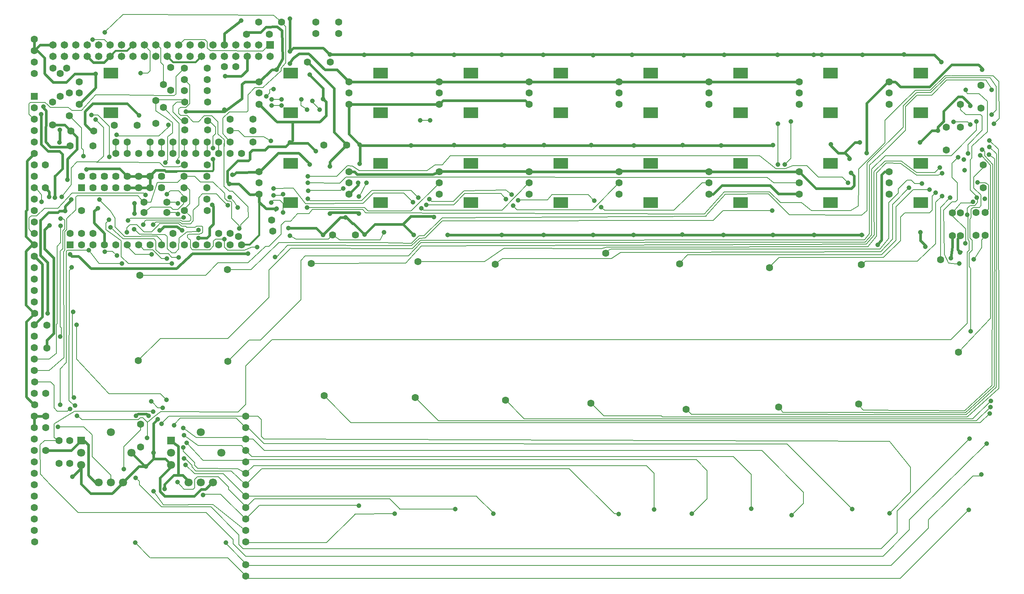
<source format=gbl>
%FSLAX33Y33*%
%MOMM*%
%AMRect-W2403400-H3200000-RO0.500*
21,1,2.4034,3.2,0.,0.,270*%
%AMRect-W1650000-H1650000-RO0.500*
21,1,1.65,1.65,0.,0.,270*%
%AMRect-W1600000-H1600000-RO0.500*
21,1,1.6,1.6,0.,0.,270*%
%ADD10C,0.2032*%
%ADD11C,0.6096*%
%ADD12C,0.381*%
%ADD13C,1.0668*%
%ADD14C,1.6*%
%ADD15C,1.6*%
%ADD16Rect-W2403400-H3200000-RO0.500*%
%ADD17R,1.8X1.8*%
%ADD18C,1.8*%
%ADD19C,1.6*%
%ADD20C,1.6*%
%ADD21R,1.62X1.62*%
%ADD22C,1.62*%
%ADD23R,1.6X1.6*%
%ADD24C,1.65*%
%ADD25Rect-W1650000-H1650000-RO0.500*%
%ADD26Rect-W1600000-H1600000-RO0.500*%
D10*
%LNbottom copper_traces*%
G01*
X217325Y97446D02*
X215300Y99471D01*
D11*
X40080Y21850D02*
X41050Y21850D01*
D10*
X23580Y80055D02*
X24275Y80750D01*
X203350Y76525D02*
X203350Y85675D01*
D11*
X1118Y78082D02*
X1118Y83764D01*
X63975Y118775D02*
X67600Y115150D01*
X54480Y124675D02*
X53323Y123518D01*
D10*
X33201Y88236D02*
X32489Y87525D01*
X39932Y78754D02*
X40168Y78754D01*
X48481Y9609D02*
X49403Y8687D01*
X205249Y74143D02*
X205150Y83950D01*
D11*
X50952Y95297D02*
X50952Y96791D01*
D10*
X63250Y73750D02*
X86166Y73750D01*
X152550Y26050D02*
X150125Y28475D01*
D11*
X213625Y115487D02*
X212812Y116300D01*
D10*
X204750Y92116D02*
X203961Y91700D01*
X206725Y55150D02*
X55875Y55150D01*
D11*
X29973Y92837D02*
X31962Y92837D01*
D10*
X211487Y77244D02*
X211487Y75038D01*
X184800Y17450D02*
X170325Y31925D01*
X35515Y106820D02*
X36737Y106820D01*
X38890Y99125D02*
X38915Y99100D01*
X111869Y37531D02*
X211506Y37531D01*
X210375Y84395D02*
X210959Y84980D01*
X203350Y85675D02*
X204750Y87075D01*
X213041Y84548D02*
X213375Y84955D01*
X126825Y41025D02*
X129600Y38250D01*
D11*
X72939Y100878D02*
X75336Y98480D01*
D10*
X203350Y87821D02*
X202564Y87035D01*
X37031Y88975D02*
X36244Y88975D01*
X188245Y75845D02*
X190175Y78165D01*
X64025Y83175D02*
X64850Y84075D01*
D11*
X65672Y79930D02*
X67158Y78445D01*
X45925Y90215D02*
X45925Y92630D01*
D10*
X85600Y72175D02*
X89050Y76000D01*
X151950Y83100D02*
X76740Y83361D01*
X199250Y72600D02*
X203350Y76525D01*
X211421Y95537D02*
X211027Y95144D01*
D11*
X6350Y86900D02*
X6350Y87975D01*
D10*
X41430Y120040D02*
X42095Y119375D01*
X2325Y82632D02*
X3532Y82632D01*
X21110Y99125D02*
X21135Y99100D01*
X52050Y111175D02*
X53869Y111175D01*
X30000Y108466D02*
X30000Y106050D01*
X131225Y75300D02*
X129975Y74750D01*
X53462Y37338D02*
X53462Y33649D01*
X199075Y91700D02*
X195525Y94394D01*
X89070Y84375D02*
X89545Y83900D01*
X17675Y104571D02*
X19700Y102571D01*
D11*
X91610Y91935D02*
X92990Y92500D01*
D10*
X23580Y79025D02*
X23580Y80055D01*
X86710Y88375D02*
X88525Y86560D01*
X207005Y91200D02*
X207005Y94417D01*
X28138Y36771D02*
X28136Y36771D01*
X19700Y95750D02*
X19700Y102571D01*
X48411Y101665D02*
X49787Y100290D01*
D11*
X10350Y90750D02*
X10350Y95315D01*
D12*
X49075Y76290D02*
X50850Y76290D01*
D11*
X72990Y112500D02*
X172990Y112500D01*
D10*
X195050Y87787D02*
X192900Y85637D01*
X162325Y17525D02*
X162325Y25200D01*
D11*
X5850Y53320D02*
X5850Y55085D01*
X50584Y94929D02*
X50952Y95297D01*
X50648Y123518D02*
X50177Y123047D01*
D10*
X35113Y105412D02*
X35113Y106418D01*
X7395Y44975D02*
X6650Y45720D01*
X50549Y84666D02*
X50574Y82400D01*
D11*
X7600Y91600D02*
X7700Y91600D01*
D10*
X127015Y84025D02*
X132990Y90000D01*
X36335Y121905D02*
X35080Y120650D01*
X205819Y112875D02*
X202494Y109550D01*
D11*
X176740Y88750D02*
X184600Y88750D01*
X32241Y92558D02*
X34620Y92608D01*
D10*
X43513Y87570D02*
X44094Y86989D01*
X36550Y28725D02*
X38100Y27175D01*
X38350Y21850D02*
X38675Y22175D01*
X31270Y99125D02*
X31295Y99100D01*
X62300Y64075D02*
X62300Y72800D01*
D11*
X39484Y77750D02*
X41320Y77750D01*
D10*
X39573Y85088D02*
X39573Y86757D01*
X140725Y74525D02*
X133325Y74525D01*
D11*
X8718Y101479D02*
X8718Y99383D01*
D10*
X36150Y30322D02*
X36150Y31164D01*
X45300Y75743D02*
X45300Y77485D01*
D11*
X5646Y106050D02*
X5021Y106675D01*
D10*
X88250Y72475D02*
X103085Y72475D01*
X166450Y88000D02*
X156325Y87975D01*
X210007Y76581D02*
X210007Y79821D01*
X13500Y97700D02*
X13500Y102220D01*
X44964Y100975D02*
X44964Y104395D01*
X28750Y99105D02*
X28750Y96585D01*
X40400Y80254D02*
X40400Y78990D01*
D11*
X16281Y81130D02*
X18635Y78777D01*
D10*
X164200Y96075D02*
X167900Y93200D01*
X32850Y102425D02*
X30716Y100429D01*
D11*
X3000Y58420D02*
X4819Y60239D01*
X59792Y119232D02*
X59792Y126594D01*
D10*
X59848Y78303D02*
X61204Y77475D01*
X5950Y107425D02*
X5939Y107425D01*
X44964Y104395D02*
X46344Y105775D01*
X50535Y28475D02*
X50000Y27940D01*
X31295Y76265D02*
X31295Y77184D01*
D11*
X58077Y123926D02*
X58179Y117642D01*
X26225Y26925D02*
X27844Y26925D01*
D10*
X135170Y75725D02*
X188245Y75845D01*
D11*
X41050Y21850D02*
X42700Y23500D01*
D10*
X13544Y106106D02*
X16675Y109568D01*
D11*
X84952Y80848D02*
X86654Y82550D01*
D10*
X210384Y109865D02*
X210015Y110693D01*
D11*
X41365Y77750D02*
X41953Y78337D01*
D10*
X32680Y100255D02*
X32659Y95136D01*
X24975Y127425D02*
X56185Y127325D01*
X42725Y100400D02*
X43300Y100975D01*
X190175Y78165D02*
X190225Y92275D01*
X195550Y77200D02*
X191700Y73450D01*
D11*
X12875Y73700D02*
X11287Y73700D01*
D10*
X53275Y55050D02*
X62300Y64075D01*
X214817Y105756D02*
X214825Y105990D01*
X129125Y75375D02*
X130250Y75700D01*
X147925Y39675D02*
X149025Y38550D01*
X45350Y87633D02*
X45350Y86600D01*
X196102Y107152D02*
X199060Y110109D01*
X192325Y94400D02*
X195525Y94394D01*
X33725Y101150D02*
X33725Y103400D01*
X3000Y78825D02*
X3000Y78740D01*
D11*
X213625Y115200D02*
X213625Y115487D01*
D10*
X40400Y80254D02*
X40259Y80395D01*
X33550Y74460D02*
X32560Y75400D01*
X39017Y33388D02*
X49504Y33388D01*
X64025Y83175D02*
X61525Y83175D01*
X31700Y116200D02*
X31150Y116750D01*
D11*
X1118Y74803D02*
X1118Y62872D01*
D10*
X44440Y20800D02*
X50000Y15240D01*
X38675Y22175D02*
X38675Y24103D01*
X92100Y94025D02*
X93700Y94025D01*
X169875Y93200D02*
X171625Y93825D01*
D11*
X196418Y118445D02*
X196309Y118554D01*
D10*
X30844Y94500D02*
X31827Y93593D01*
D11*
X67218Y108687D02*
X67837Y108068D01*
D10*
X18950Y79650D02*
X22325Y77200D01*
X6300Y48260D02*
X9625Y51215D01*
X57350Y76772D02*
X79951Y76746D01*
D11*
X50925Y87400D02*
X52990Y87500D01*
D10*
X41430Y120040D02*
X41430Y121394D01*
X202277Y110109D02*
X205600Y113432D01*
X25224Y109526D02*
X34092Y109464D01*
X214246Y96946D02*
X213925Y97367D01*
D11*
X93823Y108333D02*
X112157Y108333D01*
D10*
X11358Y87733D02*
X8225Y84400D01*
X10745Y41625D02*
X12052Y40318D01*
X167000Y83875D02*
X156080Y83875D01*
X215500Y59875D02*
X215500Y93910D01*
X38675Y91505D02*
X36439Y91505D01*
D11*
X4350Y73900D02*
X4350Y81729D01*
D10*
X217450Y104375D02*
X217387Y112062D01*
X4325Y31725D02*
X4350Y25250D01*
X42835Y77064D02*
X42835Y75969D01*
X213925Y93434D02*
X213925Y94005D01*
D11*
X187975Y107735D02*
X192900Y112660D01*
D10*
X50547Y35560D02*
X54030Y32077D01*
X203961Y91700D02*
X199075Y91700D01*
X27350Y75150D02*
X27050Y75430D01*
D11*
X5546Y99139D02*
X5646Y106050D01*
D10*
X8825Y76780D02*
X8076Y75881D01*
X86969Y75375D02*
X88869Y77275D01*
D11*
X192000Y92500D02*
X192990Y92500D01*
D10*
X23926Y72051D02*
X22340Y73650D01*
X90825Y86425D02*
X91350Y85900D01*
X35901Y82200D02*
X36244Y82190D01*
X213760Y95900D02*
X215500Y93910D01*
X152550Y19750D02*
X152550Y26050D01*
X21000Y82190D02*
X19982Y83763D01*
X171150Y95475D02*
X169800Y94125D01*
X30000Y108466D02*
X35959Y108466D01*
D11*
X30939Y21432D02*
X30939Y24380D01*
D10*
X140800Y17375D02*
X140800Y25450D01*
X49590Y28350D02*
X50000Y27940D01*
D11*
X7290Y56525D02*
X7290Y73335D01*
D10*
X47193Y10719D02*
X47193Y9779D01*
D11*
X15550Y20950D02*
X20300Y20950D01*
X172990Y92500D02*
X176740Y88750D01*
D10*
X13500Y102220D02*
X10800Y104920D01*
X41100Y69475D02*
X43850Y72225D01*
X206731Y113864D02*
X205410Y113864D01*
D11*
X29550Y36555D02*
X30485Y37490D01*
D10*
X81991Y19736D02*
X84277Y17450D01*
D11*
X16675Y114249D02*
X12010Y114249D01*
D10*
X50000Y17780D02*
X51956Y19736D01*
D11*
X11287Y73700D02*
X10975Y74375D01*
D10*
X31525Y39990D02*
X30485Y39990D01*
X10219Y82185D02*
X10219Y79619D01*
X92850Y37125D02*
X212400Y37125D01*
X50000Y33020D02*
X51605Y33020D01*
X211218Y82313D02*
X211218Y84218D01*
X22725Y77600D02*
X29710Y77600D01*
X30000Y120550D02*
X30525Y120550D01*
D11*
X208255Y77589D02*
X208879Y78315D01*
D10*
X85607Y76074D02*
X59312Y76150D01*
X33359Y84600D02*
X33869Y84090D01*
X53085Y18325D02*
X75150Y18325D01*
D11*
X33400Y27300D02*
X33400Y26841D01*
D10*
X101397Y20320D02*
X101397Y20210D01*
X62300Y107225D02*
X63700Y106325D01*
X36150Y30322D02*
X38675Y27797D01*
X12552Y87162D02*
X26075Y87127D01*
X214550Y112875D02*
X215775Y110950D01*
X169425Y38975D02*
X209975Y38900D01*
X214246Y96061D02*
X216021Y94119D01*
D11*
X84952Y80848D02*
X87351Y78450D01*
D10*
X33550Y74460D02*
X34310Y74460D01*
X45600Y9830D02*
X50114Y5316D01*
X33850Y105743D02*
X35768Y103825D01*
X9342Y82085D02*
X8894Y82085D01*
X206790Y96050D02*
X212429Y101714D01*
X88869Y77275D02*
X187500Y77375D01*
D11*
X153111Y87500D02*
X153896Y87500D01*
D10*
X149025Y38550D02*
X210150Y38475D01*
D12*
X40111Y118110D02*
X38851Y116850D01*
D10*
X53590Y26450D02*
X50000Y22860D01*
X8875Y80445D02*
X8875Y76830D01*
X196647Y106985D02*
X196647Y101722D01*
X33300Y72050D02*
X32575Y72050D01*
X43306Y77535D02*
X42835Y77064D01*
D11*
X204591Y116916D02*
X203062Y118445D01*
D10*
X215875Y45000D02*
X216021Y94119D01*
X32560Y78100D02*
X32091Y78543D01*
D11*
X59848Y98880D02*
X60401Y99434D01*
D10*
X34809Y83075D02*
X34862Y82782D01*
X37532Y109523D02*
X37532Y111835D01*
D11*
X3000Y35650D02*
X3000Y38100D01*
D10*
X32560Y75400D02*
X32560Y78100D01*
X210009Y105192D02*
X208875Y106325D01*
X10400Y75050D02*
X15100Y75050D01*
X30950Y74250D02*
X30050Y75150D01*
X205249Y74143D02*
X206216Y72150D01*
D11*
X53078Y92436D02*
X57165Y96675D01*
D10*
X110325Y84025D02*
X110150Y84200D01*
X11215Y89574D02*
X11215Y93324D01*
X72580Y93826D02*
X73685Y93775D01*
X106725Y87625D02*
X107865Y86400D01*
X55200Y64575D02*
X55200Y70675D01*
X12400Y50825D02*
X19575Y43100D01*
X22887Y26388D02*
X22887Y31355D01*
X92850Y37125D02*
X87675Y42300D01*
X13574Y37352D02*
X12675Y38225D01*
X13500Y97700D02*
X13925Y97275D01*
X214246Y96061D02*
X214246Y96946D01*
X5270Y32700D02*
X8500Y32700D01*
D11*
X50925Y87400D02*
X48515Y89810D01*
X113100Y92500D02*
X132840Y92500D01*
D10*
X54225Y32077D02*
X170325Y31925D01*
X191211Y8687D02*
X194775Y12251D01*
X26625Y114422D02*
X28247Y114422D01*
X207725Y85806D02*
X208154Y86236D01*
X31295Y99100D02*
X31295Y96585D01*
X43325Y102400D02*
X42875Y102850D01*
X110475Y86190D02*
X117068Y86190D01*
D11*
X75336Y98349D02*
X167005Y98349D01*
D10*
X10553Y106820D02*
X6579Y106790D01*
X39573Y86757D02*
X40386Y87570D01*
D11*
X5330Y75295D02*
X5330Y79580D01*
D10*
X208154Y90050D02*
X207005Y91200D01*
X45205Y98850D02*
X45200Y96530D01*
X95475Y96075D02*
X164200Y96075D01*
D11*
X34600Y70950D02*
X15625Y70950D01*
D12*
X52990Y78430D02*
X50850Y76290D01*
D10*
X207162Y82615D02*
X207162Y83531D01*
X131595Y75725D02*
X135170Y75725D01*
X63825Y90000D02*
X70945Y89949D01*
X210375Y58800D02*
X206725Y55150D01*
D11*
X8225Y83400D02*
X8615Y83790D01*
D10*
X35878Y80876D02*
X37694Y80876D01*
X153850Y81645D02*
X93701Y81594D01*
X118078Y87375D02*
X126150Y87375D01*
X53774Y119304D02*
X55121Y120650D01*
X213680Y101717D02*
X213680Y104817D01*
D12*
X42829Y95325D02*
X42829Y93010D01*
D10*
X37694Y80876D02*
X38346Y81528D01*
X199212Y109550D02*
X196647Y106985D01*
X199060Y110109D02*
X202277Y110109D01*
D11*
X92990Y107500D02*
X72990Y107500D01*
X18491Y116761D02*
X19840Y118110D01*
D10*
X35067Y93593D02*
X36358Y94045D01*
X214348Y78450D02*
X214348Y78148D01*
X195550Y82425D02*
X195550Y77200D01*
X45950Y86000D02*
X46550Y86000D01*
D11*
X23670Y91515D02*
X28750Y91515D01*
D10*
X210490Y98527D02*
X213680Y101717D01*
X142338Y38250D02*
X142613Y37975D01*
X53818Y111175D02*
X57915Y114897D01*
X91350Y85900D02*
X96118Y85900D01*
X210795Y71390D02*
X210959Y71225D01*
X21325Y100725D02*
X21595Y100455D01*
X35768Y103825D02*
X36700Y103825D01*
D11*
X45265Y123215D02*
X45240Y120650D01*
D10*
X23650Y99125D02*
X23650Y96585D01*
X204400Y84500D02*
X206550Y86736D01*
X40919Y121905D02*
X36335Y121905D01*
X69310Y78385D02*
X68400Y77475D01*
D11*
X58910Y98052D02*
X59848Y98990D01*
D10*
X41455Y99100D02*
X41455Y96585D01*
X60000Y81525D02*
X60000Y81510D01*
X54125Y30500D02*
X164700Y30500D01*
X140800Y25450D02*
X139100Y27150D01*
X188125Y94400D02*
X196102Y102377D01*
X32791Y74250D02*
X33616Y73425D01*
X193075Y16575D02*
X197750Y21250D01*
X186950Y82875D02*
X188125Y83850D01*
D11*
X199945Y77200D02*
X201016Y76129D01*
D10*
X149250Y16450D02*
X152550Y19750D01*
D11*
X73979Y81000D02*
X76417Y78562D01*
X34600Y70950D02*
X38163Y74252D01*
X205075Y105945D02*
X208330Y109200D01*
D10*
X188575Y78685D02*
X188575Y93900D01*
D11*
X66419Y103556D02*
X56934Y103556D01*
D10*
X46494Y86829D02*
X47506Y85817D01*
D11*
X27844Y26925D02*
X29550Y28631D01*
D10*
X213100Y24800D02*
X213475Y25175D01*
X111869Y37531D02*
X107850Y41650D01*
X36358Y99100D02*
X36358Y96585D01*
X43850Y72225D02*
X50475Y72250D01*
X69327Y78445D02*
X70882Y77334D01*
X45250Y77950D02*
X45665Y77535D01*
D11*
X46280Y89710D02*
X45925Y90215D01*
D10*
X215094Y89514D02*
X215094Y84166D01*
X42095Y119375D02*
X42344Y119375D01*
D11*
X3000Y96520D02*
X1374Y94894D01*
D10*
X32659Y95136D02*
X32106Y94583D01*
X215350Y38725D02*
X213268Y36718D01*
X34500Y109796D02*
X34500Y113655D01*
X208450Y52325D02*
X215500Y59875D01*
X37594Y85350D02*
X37594Y88411D01*
X3000Y50800D02*
X6300Y50800D01*
D11*
X50320Y115011D02*
X49025Y113716D01*
D10*
X27606Y37352D02*
X27186Y37771D01*
D11*
X45925Y92630D02*
X48225Y94929D01*
D10*
X209975Y38900D02*
X216375Y44800D01*
D11*
X74200Y92500D02*
X74765Y91935D01*
D10*
X164700Y30500D02*
X173975Y21225D01*
X197450Y88925D02*
X193750Y85225D01*
X186200Y89525D02*
X186200Y93050D01*
X17146Y105100D02*
X15750Y105100D01*
D11*
X65672Y79930D02*
X59390Y79930D01*
D10*
X103085Y72475D02*
X107435Y75500D01*
X8076Y75881D02*
X8096Y58714D01*
X194500Y77225D02*
X191300Y74075D01*
X213094Y90050D02*
X214151Y90050D01*
X145175Y83900D02*
X151450Y90000D01*
X9566Y74725D02*
X9625Y51215D01*
X30000Y106050D02*
X32675Y104300D01*
X208963Y85550D02*
X211675Y85550D01*
X128775Y84750D02*
X129725Y83925D01*
X50000Y40800D02*
X48300Y39100D01*
D11*
X50475Y74261D02*
X38163Y74252D01*
X70340Y115150D02*
X67600Y115150D01*
X14434Y93200D02*
X21985Y93200D01*
D10*
X187725Y72600D02*
X186855Y71730D01*
X32675Y104300D02*
X33725Y103400D01*
X35515Y105010D02*
X35113Y105412D01*
X6300Y50800D02*
X7900Y52075D01*
X29554Y21488D02*
X31694Y18426D01*
D11*
X11520Y24654D02*
X13400Y26534D01*
D10*
X25225Y79675D02*
X25265Y79725D01*
X211825Y88813D02*
X211825Y91334D01*
X12552Y87162D02*
X12227Y86902D01*
X121925Y26450D02*
X53590Y26450D01*
X201752Y13259D02*
X201752Y15123D01*
D11*
X59848Y98880D02*
X63795Y98880D01*
D10*
X93700Y94025D02*
X95475Y96075D01*
X215775Y110950D02*
X215775Y110675D01*
D11*
X52990Y87500D02*
X52990Y85706D01*
X12010Y114249D02*
X10130Y112370D01*
D10*
X31325Y73150D02*
X29325Y75150D01*
X156575Y87500D02*
X166175Y87575D01*
D11*
X199945Y78990D02*
X199945Y77187D01*
D10*
X78025Y88350D02*
X86710Y88375D01*
X30050Y75150D02*
X30050Y77035D01*
X201975Y83328D02*
X196453Y83328D01*
D11*
X5546Y99139D02*
X6567Y97996D01*
X185250Y91535D02*
X184510Y92275D01*
D10*
X21595Y100455D02*
X22320Y100455D01*
D12*
X42596Y92701D02*
X34528Y92701D01*
D11*
X185379Y98990D02*
X186495Y98990D01*
X5560Y30485D02*
X11185Y30485D01*
D10*
X211125Y57325D02*
X211125Y70881D01*
X51355Y29125D02*
X158400Y29125D01*
D11*
X11185Y30485D02*
X13400Y32700D01*
X2515Y76200D02*
X1118Y74803D01*
D10*
X50000Y15240D02*
X53085Y18325D01*
X58449Y83650D02*
X58297Y83750D01*
X69310Y78400D02*
X69310Y78385D01*
D11*
X93823Y108333D02*
X92990Y107500D01*
D10*
X129725Y83925D02*
X145175Y83900D01*
X32863Y38100D02*
X52700Y38100D01*
X70882Y77334D02*
X79866Y77334D01*
D11*
X60477Y117748D02*
X59848Y116675D01*
D10*
X42344Y119375D02*
X53774Y119304D01*
D11*
X51511Y97350D02*
X54289Y97350D01*
X14240Y103035D02*
X15750Y101525D01*
D10*
X90310Y92785D02*
X92100Y94025D01*
X131225Y75300D02*
X190975Y75300D01*
X205625Y113406D02*
X215419Y113406D01*
D11*
X4500Y98608D02*
X6035Y97073D01*
D10*
X186411Y40452D02*
X185725Y41225D01*
X197900Y90637D02*
X197000Y90637D01*
D11*
X183134Y96745D02*
X185379Y98990D01*
D10*
X33725Y101150D02*
X32953Y100528D01*
X48300Y39100D02*
X31126Y39125D01*
X58903Y124751D02*
X57970Y125760D01*
X46765Y25968D02*
X50000Y22860D01*
X19575Y43100D02*
X30999Y43150D01*
X52700Y31925D02*
X54125Y30500D01*
X36737Y106820D02*
X37532Y107615D01*
X30716Y100429D02*
X29011Y100425D01*
X211218Y84218D02*
X211748Y84548D01*
D11*
X9300Y93200D02*
X9300Y96365D01*
D10*
X18390Y102310D02*
X16650Y104050D01*
X28136Y36771D02*
X29716Y38024D01*
X50034Y4953D02*
X193446Y4953D01*
D11*
X212762Y116250D02*
X206850Y116250D01*
D10*
X212429Y101714D02*
X212421Y103750D01*
X6700Y22725D02*
X12725Y16700D01*
X58100Y87250D02*
X58304Y87454D01*
X63475Y88325D02*
X71046Y88325D01*
D11*
X28408Y38238D02*
X28005Y38640D01*
D10*
X28775Y114950D02*
X28775Y119335D01*
X195675Y94875D02*
X196825Y94000D01*
X1850Y107620D02*
X1850Y105290D01*
X37373Y77535D02*
X37008Y77900D01*
D11*
X212812Y116300D02*
X212762Y116250D01*
D10*
X45205Y89225D02*
X45205Y98850D01*
X202184Y110637D02*
X198837Y110637D01*
X202564Y83917D02*
X201975Y83328D01*
X186150Y84850D02*
X186200Y89525D01*
X131950Y16425D02*
X121925Y26450D01*
X47064Y88152D02*
X50549Y84666D01*
X15981Y121900D02*
X18590Y121900D01*
D11*
X6035Y97073D02*
X8592Y97073D01*
D10*
X38163Y75146D02*
X37694Y75616D01*
X22887Y31355D02*
X26613Y35081D01*
X210009Y105192D02*
X213297Y105192D01*
X214616Y89960D02*
X215094Y89514D01*
X31000Y55425D02*
X46050Y55425D01*
X19982Y83763D02*
X19982Y83763D01*
X205150Y83950D02*
X207006Y85806D01*
X60000Y75475D02*
X86969Y75375D01*
D11*
X48225Y94929D02*
X50584Y94929D01*
D10*
X192135Y96050D02*
X206790Y96050D01*
X49403Y8687D02*
X191211Y8687D01*
X46850Y82190D02*
X48600Y80440D01*
D11*
X58179Y117642D02*
X56856Y115189D01*
D10*
X36601Y80395D02*
X35866Y80395D01*
X11475Y42700D02*
X11850Y42325D01*
X30950Y74250D02*
X32791Y74250D01*
X208875Y106325D02*
X208875Y107515D01*
D11*
X68786Y118554D02*
X196309Y118554D01*
D10*
X110150Y84200D02*
X109400Y84950D01*
X205819Y112875D02*
X214550Y112875D01*
X32575Y41574D02*
X30999Y43150D01*
X41430Y121394D02*
X40919Y121905D01*
D11*
X71009Y82296D02*
X72415Y82296D01*
D10*
X26090Y37352D02*
X26510Y37771D01*
X215419Y113406D02*
X216775Y111450D01*
X211426Y98238D02*
X214817Y101404D01*
D12*
X19840Y118110D02*
X21022Y119393D01*
D10*
X27360Y81100D02*
X27549Y81466D01*
X9085Y75104D02*
X8806Y74850D01*
X1852Y82260D02*
X2325Y82632D01*
X50547Y35560D02*
X50000Y35560D01*
X189100Y78450D02*
X189075Y93050D01*
D11*
X38600Y20371D02*
X40080Y21850D01*
D10*
X197750Y21250D02*
X197750Y26825D01*
D11*
X6567Y97996D02*
X10527Y97996D01*
X191300Y82875D02*
X191275Y82900D01*
X32171Y28631D02*
X33503Y27300D01*
D10*
X216375Y44800D02*
X216450Y95400D01*
X35113Y106418D02*
X35515Y106820D01*
D11*
X208330Y109200D02*
X209297Y109200D01*
D10*
X10125Y74775D02*
X10400Y75050D01*
X187261Y39477D02*
X186411Y40452D01*
X15875Y29150D02*
X15875Y33950D01*
X43933Y24689D02*
X46193Y22428D01*
X168500Y73450D02*
X166450Y71300D01*
X55875Y55150D02*
X50000Y49275D01*
X56225Y87250D02*
X58100Y87250D01*
X8750Y48675D02*
X10125Y50050D01*
X18650Y123575D02*
X22750Y127425D01*
D11*
X69615Y101305D02*
X69615Y111059D01*
D10*
X50225Y105775D02*
X50500Y106050D01*
X19982Y83763D02*
X17570Y86175D01*
X126150Y87375D02*
X127600Y85925D01*
X210807Y77114D02*
X210795Y76797D01*
X30525Y120550D02*
X31150Y119925D01*
D11*
X179928Y98445D02*
X181701Y96672D01*
D10*
X39040Y80395D02*
X38784Y80139D01*
X133325Y74525D02*
X131325Y73200D01*
X86848Y76593D02*
X88486Y78232D01*
D11*
X57165Y96675D02*
X61775Y96675D01*
D10*
X212091Y84980D02*
X211000Y84955D01*
X63825Y91450D02*
X70255Y91501D01*
X86870Y76023D02*
X88593Y77693D01*
X13925Y97275D02*
X13925Y95975D01*
D11*
X187975Y96660D02*
X187975Y107735D01*
D10*
X34824Y90125D02*
X36309Y91505D01*
D11*
X41953Y79992D02*
X42835Y80874D01*
D10*
X88991Y76750D02*
X187650Y76850D01*
X210375Y58800D02*
X210375Y74625D01*
X166175Y87575D02*
X170800Y82950D01*
D11*
X36794Y105855D02*
X45244Y105855D01*
D10*
X42012Y75146D02*
X42835Y75969D01*
X16940Y94525D02*
X18390Y95975D01*
D11*
X29550Y28631D02*
X32171Y28631D01*
X153896Y87500D02*
X155804Y89408D01*
X28005Y38640D02*
X26154Y38640D01*
D10*
X217350Y44325D02*
X217325Y97310D01*
D11*
X32000Y22000D02*
X32000Y23000D01*
X48515Y89810D02*
X46330Y89810D01*
X76417Y78562D02*
X78703Y80848D01*
D10*
X18590Y121900D02*
X19840Y120650D01*
X215875Y45000D02*
X209750Y39350D01*
D11*
X4454Y81729D02*
X6125Y83400D01*
D12*
X42829Y93010D02*
X42596Y92701D01*
D10*
X216831Y44556D02*
X216906Y96450D01*
X59312Y76150D02*
X56847Y73491D01*
X55765Y108550D02*
X57950Y108550D01*
X152225Y82600D02*
X156575Y87500D01*
X195558Y2184D02*
X204270Y10897D01*
X29710Y77600D02*
X30050Y77035D01*
X42875Y102850D02*
X41875Y103850D01*
X200325Y89875D02*
X198662Y89875D01*
D11*
X56900Y84252D02*
X56650Y83952D01*
D10*
X189625Y92500D02*
X189650Y84250D01*
X28885Y84600D02*
X33359Y84600D01*
X34310Y74460D02*
X35125Y75275D01*
X42266Y17975D02*
X48481Y11760D01*
X1852Y79753D02*
X2475Y78825D01*
X35120Y80940D02*
X35789Y80398D01*
X201752Y15123D02*
X211600Y24800D01*
X26825Y86309D02*
X27409Y85725D01*
D11*
X54991Y98052D02*
X58910Y98052D01*
X4270Y120650D02*
X3000Y119380D01*
D10*
X6650Y45720D02*
X3000Y45720D01*
X37513Y81470D02*
X37795Y81753D01*
D11*
X94889Y78450D02*
X187147Y78450D01*
D10*
X46344Y105775D02*
X50225Y105775D01*
D11*
X208767Y74524D02*
X208255Y75188D01*
D10*
X199075Y92300D02*
X203175Y92350D01*
X9762Y79162D02*
X9762Y75071D01*
X210959Y81877D02*
X210959Y77771D01*
X58706Y81525D02*
X60000Y81525D01*
X11358Y87760D02*
X27298Y87760D01*
X44995Y25325D02*
X50000Y20320D01*
X212666Y86761D02*
X212641Y85700D01*
X29350Y39250D02*
X11950Y39250D01*
X50500Y109625D02*
X52050Y111175D01*
X49987Y6985D02*
X191620Y6985D01*
X205410Y113862D02*
X202184Y110637D01*
X208559Y71950D02*
X206216Y72150D01*
X30000Y108466D02*
X30469Y107997D01*
X50000Y20320D02*
X101397Y20320D01*
D11*
X203062Y118445D02*
X196418Y118445D01*
D10*
X35096Y88236D02*
X33201Y88236D01*
X85607Y76074D02*
X86870Y76023D01*
X55500Y110875D02*
X56200Y110875D01*
X9085Y75104D02*
X9356Y75375D01*
D11*
X183134Y96745D02*
X184200Y95679D01*
X74830Y83412D02*
X68895Y83412D01*
D10*
X4325Y31755D02*
X5270Y32700D01*
D11*
X18635Y76265D02*
X18635Y78777D01*
D10*
X62300Y108550D02*
X62300Y107225D01*
X63850Y86525D02*
X64300Y86075D01*
D11*
X3000Y76200D02*
X2515Y76200D01*
D10*
X86166Y73750D02*
X88991Y76750D01*
X45925Y50250D02*
X50725Y55050D01*
X38100Y26870D02*
X38930Y25913D01*
X86701Y76593D02*
X86848Y76593D01*
X215575Y41525D02*
X211506Y37531D01*
D11*
X4819Y60239D02*
X4819Y71931D01*
D10*
X184475Y83850D02*
X186150Y84850D01*
D11*
X33500Y32500D02*
X33516Y32513D01*
D10*
X75225Y92785D02*
X90310Y92785D01*
D11*
X202503Y101645D02*
X203875Y101645D01*
D10*
X36934Y105010D02*
X38344Y103600D01*
X24409Y82190D02*
X24345Y82190D01*
D11*
X166548Y89408D02*
X168351Y87605D01*
D10*
X22320Y100455D02*
X29011Y100425D01*
X58297Y83650D02*
X58297Y85442D01*
D11*
X5258Y117792D02*
X3670Y119380D01*
X52990Y112500D02*
X49825Y112500D01*
D10*
X31150Y116750D02*
X31150Y119925D01*
X72270Y91274D02*
X165898Y91198D01*
X38625Y25325D02*
X44995Y25325D01*
X189700Y78450D02*
X187963Y76388D01*
D11*
X61880Y118724D02*
X60477Y117748D01*
D10*
X37008Y78337D02*
X37267Y78622D01*
D11*
X191275Y82900D02*
X191275Y91775D01*
X1374Y94894D02*
X1374Y84020D01*
X52990Y85706D02*
X54559Y84252D01*
D10*
X19700Y102571D02*
X19700Y102571D01*
D11*
X18491Y116761D02*
X16113Y116761D01*
X15990Y107650D02*
X23661Y107650D01*
D10*
X43300Y100975D02*
X43325Y102400D01*
X188575Y93900D02*
X191775Y96850D01*
D11*
X5540Y38100D02*
X3000Y38100D01*
D10*
X35959Y108466D02*
X36429Y107997D01*
X45200Y96530D02*
X45255Y99596D01*
X46550Y86000D02*
X46850Y85700D01*
X78375Y87725D02*
X85175Y87725D01*
X30887Y80940D02*
X35120Y80940D01*
D11*
X35056Y31416D02*
X35056Y25000D01*
X61775Y96675D02*
X63885Y94565D01*
X10800Y95755D02*
X12479Y97511D01*
D10*
X58297Y85442D02*
X57582Y86157D01*
D11*
X152990Y92500D02*
X172950Y92500D01*
D10*
X211600Y24800D02*
X213100Y24800D01*
X187725Y72600D02*
X199250Y72600D01*
X36375Y83706D02*
X36334Y84090D01*
X88593Y77693D02*
X89876Y77769D01*
X177325Y91325D02*
X182600Y91325D01*
X57847Y80666D02*
X58706Y81525D01*
X9762Y75071D02*
X9566Y74725D01*
X206831Y113864D02*
X216100Y113813D01*
X186200Y93050D02*
X192036Y98886D01*
D11*
X15000Y31750D02*
X14050Y32700D01*
D10*
X15100Y75050D02*
X17424Y72051D01*
D12*
X38851Y116850D02*
X33800Y116850D01*
D10*
X40386Y87570D02*
X43513Y87570D01*
X7395Y39955D02*
X7395Y44975D01*
X89876Y77769D02*
X93701Y81594D01*
X192036Y103879D02*
X192036Y98886D01*
X41430Y99125D02*
X41455Y99100D01*
X32953Y100528D02*
X32683Y100255D01*
D11*
X207025Y75800D02*
X207025Y78203D01*
D10*
X8100Y39250D02*
X7395Y39955D01*
X215500Y40175D02*
X212400Y37125D01*
X25530Y24390D02*
X26400Y23698D01*
D11*
X4500Y98608D02*
X4500Y105290D01*
D10*
X20390Y74825D02*
X21365Y73850D01*
X98725Y87625D02*
X106725Y87625D01*
D11*
X16113Y116761D02*
X14662Y118212D01*
D10*
X51750Y27150D02*
X50000Y25400D01*
X47506Y85817D02*
X48231Y84494D01*
X34824Y95324D02*
X35200Y95700D01*
X23067Y78108D02*
X21000Y80225D01*
X64931Y107875D02*
X66400Y106406D01*
X36410Y83885D02*
X37795Y82500D01*
X210959Y81877D02*
X211218Y82313D01*
X210795Y75072D02*
X210795Y76797D01*
X18950Y74825D02*
X20390Y74825D01*
D11*
X48975Y126111D02*
X45265Y123215D01*
D10*
X210795Y74346D02*
X210795Y71390D01*
X209750Y39350D02*
X187261Y39477D01*
X55575Y99339D02*
X54011Y100264D01*
X132900Y16375D02*
X131950Y16425D01*
X26372Y78593D02*
X32091Y78543D01*
X34050Y36262D02*
X35481Y37694D01*
X30354Y90125D02*
X34824Y90125D01*
X210541Y77381D02*
X210807Y77114D01*
X26335Y69475D02*
X41100Y69475D01*
X210350Y38000D02*
X217350Y44325D01*
D11*
X53323Y123518D02*
X50648Y123518D01*
D10*
X3532Y82632D02*
X5300Y84400D01*
X39261Y24689D02*
X43933Y24689D01*
X57872Y78599D02*
X57847Y80666D01*
D11*
X68895Y83412D02*
X68700Y83175D01*
D10*
X3000Y88900D02*
X3375Y88900D01*
D11*
X72990Y112500D02*
X70340Y115150D01*
D10*
X50725Y55050D02*
X53275Y55050D01*
X40168Y78754D02*
X40400Y78986D01*
D11*
X6350Y87975D02*
X5450Y88900D01*
D10*
X202564Y83917D02*
X202564Y87035D01*
D11*
X49195Y111956D02*
X49825Y112500D01*
D10*
X28829Y6596D02*
X46058Y6596D01*
X213760Y95900D02*
X213267Y96450D01*
X152325Y82600D02*
X93650Y82270D01*
X90175Y83900D02*
X106965Y83925D01*
X207162Y82615D02*
X210007Y79821D01*
X28730Y99125D02*
X28750Y99105D01*
D11*
X75362Y94445D02*
X75362Y98429D01*
X190475Y76212D02*
X190475Y76290D01*
D10*
X9762Y79162D02*
X10219Y79619D01*
X56185Y127325D02*
X57975Y125755D01*
X5939Y107425D02*
X5425Y107939D01*
X21000Y80225D02*
X21000Y82190D01*
D11*
X15000Y25000D02*
X15000Y31750D01*
D10*
X112704Y92785D02*
X112990Y92500D01*
X1850Y105290D02*
X3000Y104140D01*
X46850Y85700D02*
X46850Y82125D01*
D11*
X86654Y82550D02*
X91821Y82550D01*
X5330Y79580D02*
X6300Y80550D01*
X54289Y97350D02*
X54991Y98052D01*
D10*
X47193Y9779D02*
X49987Y6985D01*
X207165Y94550D02*
X208340Y95725D01*
X37368Y112000D02*
X36350Y112992D01*
X11950Y39250D02*
X7425Y36475D01*
D11*
X49195Y108751D02*
X49195Y111956D01*
D10*
X50500Y106050D02*
X50500Y109625D01*
X38675Y24103D02*
X39261Y24689D01*
D11*
X13400Y23101D02*
X13400Y27620D01*
D10*
X34338Y85725D02*
X34925Y85500D01*
X9035Y56135D02*
X9035Y57775D01*
X16675Y109568D02*
X23175Y109568D01*
D11*
X21985Y93200D02*
X23670Y91515D01*
D10*
X11215Y93324D02*
X12479Y94703D01*
X38346Y83902D02*
X39573Y85104D01*
X217387Y112062D02*
X217387Y112525D01*
X211125Y70881D02*
X210959Y71225D01*
D12*
X23617Y119393D02*
X24975Y120650D01*
D11*
X14240Y103035D02*
X14240Y105900D01*
X209297Y109200D02*
X211106Y107391D01*
D10*
X216775Y106175D02*
X215775Y105175D01*
X106965Y83925D02*
X112990Y90100D01*
X76026Y84075D02*
X64850Y84075D01*
X55137Y75865D02*
X57872Y78599D01*
X168250Y103131D02*
X168250Y94125D01*
X156080Y83875D02*
X153850Y81645D01*
X196453Y83328D02*
X195550Y82425D01*
X27186Y37771D02*
X26510Y37771D01*
X37552Y108878D02*
X37532Y109523D01*
X53462Y37338D02*
X52700Y38100D01*
X70255Y91501D02*
X72580Y93826D01*
X35382Y81346D02*
X29984Y81346D01*
X216775Y111450D02*
X216775Y106175D01*
D11*
X5258Y114300D02*
X5258Y117792D01*
D10*
X44964Y100975D02*
X46514Y99125D01*
X1852Y79753D02*
X1852Y82260D01*
D11*
X67158Y78400D02*
X67158Y78445D01*
D10*
X210375Y82900D02*
X210541Y82734D01*
X39379Y31650D02*
X49104Y31650D01*
D11*
X93100Y92610D02*
X113100Y92610D01*
X4350Y81729D02*
X4454Y81729D01*
D10*
X38344Y103600D02*
X39464Y103600D01*
X31300Y17975D02*
X42266Y17975D01*
X64300Y86075D02*
X75725Y86050D01*
X42748Y90235D02*
X39945Y90235D01*
X39568Y26515D02*
X39335Y26515D01*
X213550Y77350D02*
X213550Y75600D01*
D11*
X28651Y91515D02*
X29973Y92837D01*
D10*
X27360Y83425D02*
X27360Y83425D01*
D11*
X75362Y98429D02*
X75438Y98480D01*
X30939Y21432D02*
X32000Y20371D01*
D10*
X187650Y76850D02*
X189100Y78450D01*
D11*
X23675Y88975D02*
X28750Y88975D01*
X201975Y111375D02*
X206850Y116250D01*
D10*
X76075Y85425D02*
X78375Y87725D01*
X101397Y20210D02*
X105181Y16425D01*
X57900Y115546D02*
X58903Y116675D01*
X214825Y105990D02*
X214825Y108125D01*
X42012Y75146D02*
X38163Y75146D01*
X12400Y58250D02*
X12225Y58425D01*
D11*
X1221Y42419D02*
X3127Y40513D01*
D10*
X194775Y12251D02*
X194775Y17025D01*
X11215Y89574D02*
X9100Y86875D01*
X213550Y75600D02*
X211900Y72975D01*
X49104Y31650D02*
X50000Y30500D01*
X212641Y85700D02*
X212091Y84980D01*
X191150Y74725D02*
X140725Y74525D01*
X208963Y85550D02*
X208559Y85087D01*
D11*
X67837Y104974D02*
X66419Y103556D01*
X33400Y26841D02*
X30939Y24380D01*
D10*
X168850Y85600D02*
X166450Y88000D01*
X210415Y103556D02*
X211106Y102865D01*
D11*
X52990Y112500D02*
X55850Y115189D01*
D10*
X8806Y74800D02*
X8806Y58004D01*
X31126Y39125D02*
X29701Y38024D01*
X26075Y87127D02*
X26825Y86309D01*
D11*
X1221Y59106D02*
X1221Y42419D01*
D10*
X8100Y39250D02*
X10410Y39250D01*
X55350Y109995D02*
X55350Y110725D01*
X25765Y80750D02*
X27394Y79121D01*
X21135Y99100D02*
X21135Y96585D01*
D11*
X67837Y104974D02*
X67837Y108068D01*
D10*
X63825Y86500D02*
X63850Y86525D01*
X88875Y103900D02*
X90925Y103900D01*
X33869Y84090D02*
X34925Y84090D01*
X29068Y79121D02*
X30505Y80559D01*
X107065Y73200D02*
X105300Y71925D01*
X42758Y18467D02*
X49911Y12700D01*
X214151Y90050D02*
X214616Y89960D01*
X49987Y5000D02*
X50034Y4953D01*
X46058Y6596D02*
X50114Y2540D01*
X37267Y78622D02*
X39774Y78622D01*
D11*
X132990Y92650D02*
X153225Y92650D01*
X3075Y60960D02*
X1221Y59106D01*
D10*
X55765Y107225D02*
X57750Y107225D01*
X27360Y83425D02*
X28885Y84600D01*
X198662Y89875D02*
X197900Y90637D01*
D11*
X50320Y118175D02*
X50320Y115011D01*
D10*
X36275Y21850D02*
X34825Y23500D01*
X37694Y77354D02*
X37513Y77535D01*
X197510Y12875D02*
X197510Y15123D01*
X38625Y25325D02*
X36650Y27300D01*
X210150Y38475D02*
X216831Y44556D01*
D11*
X12875Y73700D02*
X15625Y70950D01*
D10*
X77140Y83800D02*
X86790Y83775D01*
X32500Y83425D02*
X34459Y83425D01*
D11*
X12479Y100206D02*
X12479Y97511D01*
X112990Y107500D02*
X112157Y108333D01*
X9850Y83790D02*
X9850Y84825D01*
X6000Y60960D02*
X5950Y72050D01*
X16675Y111186D02*
X16675Y114249D01*
D10*
X210384Y109865D02*
X212985Y109865D01*
D11*
X50952Y96791D02*
X51511Y97350D01*
D10*
X51956Y19736D02*
X81991Y19736D01*
X167325Y90050D02*
X173025Y90050D01*
D11*
X30887Y79481D02*
X30999Y79481D01*
D10*
X18390Y95975D02*
X18390Y102310D01*
X45255Y99596D02*
X45255Y99596D01*
D11*
X63706Y116969D02*
X69615Y111059D01*
X72415Y82296D02*
X73711Y81000D01*
D10*
X2169Y107939D02*
X5425Y107939D01*
X10125Y50050D02*
X10125Y74775D01*
X43995Y99125D02*
X43995Y96585D01*
X45255Y99596D02*
X43800Y100849D01*
X50114Y2083D02*
X195457Y2083D01*
D11*
X5330Y75295D02*
X7290Y73335D01*
D10*
X29984Y81346D02*
X29470Y80832D01*
D11*
X191300Y77375D02*
X191300Y82875D01*
D10*
X197750Y26825D02*
X193066Y32525D01*
D11*
X10800Y95755D02*
X10360Y95315D01*
X26311Y105000D02*
X23661Y107650D01*
D10*
X107435Y75500D02*
X129125Y75375D01*
X148225Y74075D02*
X146400Y72200D01*
X36275Y28725D02*
X36550Y28725D01*
X46514Y101665D02*
X48411Y101665D01*
X130250Y75700D02*
X131595Y75725D01*
X193750Y77525D02*
X191150Y74725D01*
X38915Y99100D02*
X38915Y96585D01*
X60560Y88814D02*
X63300Y85400D01*
X24275Y80750D02*
X25765Y80750D01*
X191700Y73450D02*
X168500Y73450D01*
X45300Y77535D02*
X43306Y77535D01*
X30284Y78145D02*
X31295Y77184D01*
X36275Y21850D02*
X38350Y21850D01*
X41212Y16700D02*
X47193Y10719D01*
X31827Y93593D02*
X35067Y93593D01*
X8806Y58004D02*
X9035Y57775D01*
D11*
X208255Y75188D02*
X208255Y77589D01*
D10*
X17675Y104571D02*
X17146Y105100D01*
X189650Y84250D02*
X189700Y78450D01*
X56090Y86157D02*
X56090Y86120D01*
X34500Y109796D02*
X34092Y109464D01*
X23926Y72051D02*
X32575Y72050D01*
X9751Y81714D02*
X9280Y82085D01*
X214817Y101404D02*
X214817Y105756D01*
X29325Y75150D02*
X27350Y75150D01*
X43800Y100849D02*
X43800Y103600D01*
D11*
X25273Y83142D02*
X25273Y85498D01*
D10*
X47866Y37694D02*
X50000Y35560D01*
X182600Y91325D02*
X183900Y90025D01*
X13544Y106106D02*
X11419Y106106D01*
X26400Y22875D02*
X31300Y17975D01*
X40525Y20800D02*
X44440Y20800D01*
X37532Y111835D02*
X37368Y112000D01*
D11*
X60604Y120045D02*
X59792Y119232D01*
D10*
X213375Y84955D02*
X213375Y87325D01*
D11*
X199848Y98990D02*
X202503Y101645D01*
D10*
X48600Y80440D02*
X48600Y79900D01*
X210375Y82900D02*
X210375Y84395D01*
D11*
X203875Y101645D02*
X203875Y102505D01*
D10*
X96575Y17450D02*
X84150Y17450D01*
X211825Y88813D02*
X213375Y87325D01*
X27050Y75430D02*
X26215Y76265D01*
D11*
X74765Y91935D02*
X91610Y91935D01*
D10*
X63300Y85400D02*
X76075Y85425D01*
X71046Y88325D02*
X71671Y88775D01*
X30819Y94500D02*
X30666Y94500D01*
X39335Y26515D02*
X38675Y27175D01*
D11*
X72990Y92500D02*
X74200Y92500D01*
D10*
X12227Y84002D02*
X12227Y86833D01*
X36244Y85408D02*
X36244Y87089D01*
D11*
X33516Y32513D02*
X35056Y31416D01*
X16281Y83763D02*
X17165Y84322D01*
D10*
X199075Y92300D02*
X196825Y94000D01*
X35560Y81753D02*
X27836Y81753D01*
X35200Y95700D02*
X35200Y103276D01*
X36934Y105010D02*
X35515Y105010D01*
D11*
X42835Y84783D02*
X42393Y85225D01*
D10*
X48481Y11760D02*
X48481Y9609D01*
D11*
X42835Y80874D02*
X42835Y84783D01*
D10*
X35481Y37694D02*
X47866Y37694D01*
X217450Y104375D02*
X216275Y103200D01*
X25425Y10000D02*
X28700Y6725D01*
X36350Y115541D02*
X34500Y113655D01*
X55121Y120650D02*
X55400Y120650D01*
D11*
X60401Y99434D02*
X60401Y103556D01*
D10*
X54390Y75865D02*
X55137Y75865D01*
X191300Y74075D02*
X148225Y74075D01*
X38346Y81528D02*
X38346Y83902D01*
D11*
X35903Y79431D02*
X34664Y80281D01*
D10*
X49733Y75082D02*
X45961Y75082D01*
X174725Y93825D02*
X177225Y91325D01*
X50475Y72250D02*
X54390Y75865D01*
X195654Y107454D02*
X192036Y103879D01*
X30505Y80559D02*
X30505Y80573D01*
X192075Y94900D02*
X189625Y92500D01*
X20000Y25025D02*
X15875Y29150D01*
D11*
X9750Y102935D02*
X12385Y100300D01*
D10*
X204400Y72875D02*
X204400Y84500D01*
X46323Y88152D02*
X47064Y88152D01*
X26090Y37352D02*
X13574Y37352D01*
X48225Y26489D02*
X50000Y25400D01*
X9356Y75375D02*
X9356Y79355D01*
X197693Y15301D02*
X199725Y17333D01*
X36429Y107997D02*
X34697Y107997D01*
X39774Y78622D02*
X39932Y78754D01*
X36098Y31189D02*
X36090Y31129D01*
X9356Y79355D02*
X9751Y79750D01*
X171350Y16100D02*
X173975Y18725D01*
D11*
X68704Y94719D02*
X68704Y93775D01*
D10*
X50000Y30480D02*
X51355Y29125D01*
X45525Y70725D02*
X51200Y70725D01*
D11*
X25601Y38225D02*
X26017Y38640D01*
D10*
X14050Y35775D02*
X8375Y35775D01*
X117068Y86190D02*
X118078Y87375D01*
X201975Y88525D02*
X198350Y88525D01*
X45350Y86600D02*
X45950Y86000D01*
D11*
X68704Y94719D02*
X72465Y98480D01*
X1374Y84020D02*
X1118Y83764D01*
D10*
X30505Y80573D02*
X30873Y80940D01*
X35125Y75275D02*
X35150Y77750D01*
X51750Y27150D02*
X139100Y27150D01*
X207294Y103556D02*
X210415Y103556D01*
X35200Y103276D02*
X31700Y106776D01*
D11*
X15990Y107650D02*
X14240Y105900D01*
D10*
X7900Y52075D02*
X7900Y58519D01*
X46197Y21850D02*
X50165Y17882D01*
X205410Y113864D02*
X205410Y113862D01*
X28247Y114422D02*
X28775Y114950D01*
X34697Y107997D02*
X33850Y107150D01*
X76026Y84075D02*
X76665Y83361D01*
X45961Y75082D02*
X45300Y75743D01*
D11*
X45244Y105855D02*
X49195Y108751D01*
D10*
X25415Y74125D02*
X23475Y76065D01*
X26625Y35081D02*
X26625Y36251D01*
D11*
X9850Y84825D02*
X11218Y86193D01*
X6125Y83400D02*
X8225Y83400D01*
D10*
X211825Y91334D02*
X213925Y93434D01*
X2325Y82632D02*
X2325Y82632D01*
X194775Y17025D02*
X210875Y33125D01*
D11*
X4819Y71931D02*
X3000Y73750D01*
D10*
X18950Y81100D02*
X18950Y81100D01*
X46050Y55425D02*
X55200Y64575D01*
D11*
X60604Y120045D02*
X67216Y120045D01*
X67218Y111008D02*
X67218Y108458D01*
D10*
X33810Y99125D02*
X33835Y99100D01*
X194500Y77225D02*
X194500Y84675D01*
D11*
X194400Y112500D02*
X192990Y112500D01*
D10*
X40259Y80395D02*
X39040Y80395D01*
X44094Y86896D02*
X45935Y85055D01*
X36858Y80139D02*
X36601Y80395D01*
X192075Y94900D02*
X195675Y94875D01*
X42725Y97714D02*
X42725Y100400D01*
X194500Y84675D02*
X198350Y88525D01*
X10910Y39750D02*
X10410Y39250D01*
X37795Y81753D02*
X37795Y82500D01*
X30485Y39990D02*
X29250Y41225D01*
D11*
X34000Y25000D02*
X36000Y25000D01*
X56934Y103556D02*
X52990Y107500D01*
D10*
X42475Y104930D02*
X40794Y104930D01*
X6300Y50800D02*
X6300Y50800D01*
X25224Y109526D02*
X23175Y109568D01*
D11*
X5850Y55085D02*
X7290Y56525D01*
D10*
X31694Y18426D02*
X42758Y18467D01*
X12400Y50825D02*
X12400Y58250D01*
X7425Y36475D02*
X7425Y33375D01*
X10260Y82185D02*
X12227Y84002D01*
X22340Y73650D02*
X22340Y77200D01*
D11*
X195525Y111375D02*
X201975Y111375D01*
D12*
X52990Y85670D02*
X52990Y78430D01*
D10*
X73382Y36718D02*
X67425Y42675D01*
X199725Y17333D02*
X214650Y32075D01*
X42475Y104930D02*
X43800Y103600D01*
X60000Y81525D02*
X61525Y83175D01*
X36244Y83999D02*
X37594Y85350D01*
X211027Y88447D02*
X212541Y86932D01*
X24345Y82190D02*
X23800Y81645D01*
D11*
X7050Y102935D02*
X9750Y102935D01*
D10*
X50114Y5316D02*
X50114Y5080D01*
X52700Y31925D02*
X52700Y31925D01*
D11*
X63795Y98880D02*
X65600Y97075D01*
D10*
X68400Y77475D02*
X61204Y77475D01*
D11*
X7600Y86725D02*
X7600Y91600D01*
X203875Y102505D02*
X205075Y103705D01*
X72939Y107500D02*
X72939Y100878D01*
D10*
X28880Y85725D02*
X27409Y85725D01*
X5300Y84400D02*
X8225Y84400D01*
X37594Y88411D02*
X37031Y88975D01*
X33850Y107150D02*
X33850Y105743D01*
X175775Y83850D02*
X173550Y85600D01*
X18950Y79650D02*
X18950Y81100D01*
D11*
X56921Y124751D02*
X54480Y124675D01*
D10*
X162325Y25200D02*
X158400Y29125D01*
X36244Y87089D02*
X35096Y88236D01*
D11*
X24600Y29971D02*
X27646Y26925D01*
D10*
X214348Y78148D02*
X213550Y77350D01*
X171150Y103625D02*
X171150Y95475D01*
X204163Y10789D02*
X210725Y17275D01*
X37694Y75616D02*
X37694Y77354D01*
X50241Y10000D02*
X67986Y10000D01*
X151450Y90000D02*
X152990Y90000D01*
X51200Y70725D02*
X57350Y76772D01*
X210625Y96590D02*
X210490Y96726D01*
X211748Y84548D02*
X213041Y84548D01*
D11*
X12990Y107500D02*
X16675Y111186D01*
D10*
X211421Y98238D02*
X211421Y95537D01*
D11*
X10130Y112370D02*
X7188Y112370D01*
D10*
X217325Y97310D02*
X217325Y97446D01*
X12479Y94703D02*
X30819Y94525D01*
X26400Y22875D02*
X26400Y23698D01*
D11*
X58077Y123926D02*
X56921Y124751D01*
X54559Y84252D02*
X56900Y84252D01*
D10*
X35150Y77750D02*
X36993Y79135D01*
X8750Y40675D02*
X8750Y48675D01*
D11*
X7700Y91600D02*
X9300Y93200D01*
X208767Y74524D02*
X208966Y74723D01*
X34664Y80281D02*
X31801Y80256D01*
D10*
X22750Y127425D02*
X24975Y127425D01*
D11*
X32000Y23000D02*
X34000Y25000D01*
D10*
X38968Y25913D02*
X46765Y25968D01*
X213680Y104817D02*
X213297Y105200D01*
X96118Y85900D02*
X98493Y88275D01*
D12*
X21022Y119393D02*
X23617Y119393D01*
D11*
X5950Y72050D02*
X5950Y72300D01*
D10*
X6555Y106820D02*
X5950Y107425D01*
X96200Y85100D02*
X98725Y87625D01*
X10795Y70450D02*
X11300Y71200D01*
X36150Y35493D02*
X39017Y33388D01*
X4350Y25250D02*
X6700Y22725D01*
X197510Y15123D02*
X197693Y15301D01*
D11*
X7140Y120650D02*
X4270Y120650D01*
D10*
X38100Y27175D02*
X38100Y26870D01*
D11*
X63975Y118775D02*
X61927Y118724D01*
D10*
X40533Y28350D02*
X36906Y32207D01*
D11*
X3000Y76200D02*
X1118Y78082D01*
D10*
X3000Y48260D02*
X6300Y48260D01*
X168294Y103175D02*
X168250Y103131D01*
D11*
X28750Y91515D02*
X28750Y88975D01*
D10*
X89545Y83900D02*
X90175Y83900D01*
X7425Y33375D02*
X8450Y32700D01*
X36993Y79135D02*
X39144Y79161D01*
X107065Y73200D02*
X131325Y73200D01*
D11*
X184600Y88750D02*
X185250Y89400D01*
D10*
X38675Y91505D02*
X39945Y90235D01*
X190225Y92275D02*
X192325Y94400D01*
X17424Y72051D02*
X22650Y72051D01*
X10745Y41625D02*
X10795Y70450D01*
X56618Y33020D02*
X193066Y32525D01*
X51605Y33020D02*
X52700Y31925D01*
X191775Y96850D02*
X196647Y101722D01*
X27836Y81753D02*
X27549Y81466D01*
X197000Y90637D02*
X195050Y88687D01*
X2169Y107939D02*
X1850Y107620D01*
X202494Y109550D02*
X199212Y109550D01*
D11*
X195525Y111375D02*
X194400Y112500D01*
D10*
X34925Y84090D02*
X36244Y85408D01*
X57975Y125755D02*
X57915Y125320D01*
X9751Y79750D02*
X9762Y81714D01*
X27298Y87760D02*
X27750Y87308D01*
X20000Y23500D02*
X20000Y25025D01*
X89637Y78257D02*
X93650Y82270D01*
X192900Y77700D02*
X192900Y85637D01*
D11*
X20300Y20950D02*
X22700Y23351D01*
D10*
X90175Y85100D02*
X96200Y85100D01*
X57900Y114897D02*
X57900Y115546D01*
D11*
X15000Y25000D02*
X17000Y23000D01*
D10*
X167900Y93200D02*
X169875Y93200D01*
X39144Y79161D02*
X39484Y79500D01*
X210959Y77771D02*
X211487Y77244D01*
D11*
X3000Y119380D02*
X3000Y121920D01*
X78703Y80848D02*
X84952Y80848D01*
D10*
X98493Y88275D02*
X107865Y88400D01*
X31700Y111856D02*
X31700Y116200D01*
X187500Y77375D02*
X188575Y78685D01*
D11*
X36000Y25000D02*
X37000Y24000D01*
X9300Y96365D02*
X8592Y97073D01*
D10*
X18950Y81100D02*
X19650Y81800D01*
X49733Y75082D02*
X51326Y75750D01*
X56618Y33020D02*
X54091Y33020D01*
X32514Y85725D02*
X34338Y85725D01*
X54030Y32077D02*
X54407Y32077D01*
D12*
X33800Y116850D02*
X32540Y118110D01*
D10*
X110325Y84025D02*
X127015Y84025D01*
X37008Y77900D02*
X37008Y78337D01*
X28775Y119335D02*
X27460Y120650D01*
X57582Y86157D02*
X56090Y86157D01*
X193446Y4953D02*
X201752Y13259D01*
X10553Y106820D02*
X11419Y106106D01*
D11*
X47913Y92350D02*
X53078Y92436D01*
D10*
X165898Y91198D02*
X167325Y90050D01*
X207005Y94417D02*
X207165Y94550D01*
X198837Y110637D02*
X195654Y107454D01*
D11*
X8615Y83790D02*
X9850Y83790D01*
D10*
X56090Y86120D02*
X55640Y85670D01*
X28880Y85725D02*
X30354Y90125D01*
X208154Y86236D02*
X208154Y90050D01*
X204225Y93400D02*
X203175Y92350D01*
D11*
X73711Y81000D02*
X73979Y81000D01*
D10*
X210795Y75072D02*
X210375Y74625D01*
X73382Y36718D02*
X213268Y36718D01*
X12725Y16700D02*
X41212Y16700D01*
X216906Y96450D02*
X215275Y97975D01*
X25975Y50400D02*
X31000Y55425D01*
X33616Y73425D02*
X35104Y73425D01*
X49787Y100290D02*
X54011Y100264D01*
X79951Y76746D02*
X86701Y76593D01*
X37552Y107615D02*
X37552Y108858D01*
X193750Y77525D02*
X193750Y85225D01*
X169425Y38975D02*
X168575Y40150D01*
X73685Y93775D02*
X75225Y92785D01*
D11*
X69615Y101305D02*
X72465Y98480D01*
D10*
X52530Y75750D02*
X51326Y75750D01*
D11*
X205075Y103754D02*
X205075Y105945D01*
D10*
X196102Y102377D02*
X196102Y107152D01*
D11*
X47913Y92350D02*
X47391Y91829D01*
D10*
X82875Y16425D02*
X74200Y16400D01*
X25265Y79725D02*
X26372Y78593D01*
X3375Y88900D02*
X4600Y87300D01*
X189075Y93050D02*
X192135Y96050D01*
X35843Y81470D02*
X35560Y81753D01*
D11*
X29550Y28631D02*
X29550Y36555D01*
X68707Y118554D02*
X67216Y120045D01*
D10*
X85600Y72175D02*
X64575Y72050D01*
X188125Y83850D02*
X188125Y94400D01*
X211487Y75038D02*
X210795Y74346D01*
X173975Y18725D02*
X173975Y21225D01*
X211027Y88447D02*
X211027Y95144D01*
X4600Y87300D02*
X4650Y85775D01*
D11*
X181701Y96672D02*
X183134Y96672D01*
D10*
X208559Y85087D02*
X207025Y83328D01*
D11*
X207025Y75800D02*
X206705Y73304D01*
X3670Y119380D02*
X2650Y119380D01*
X31962Y92837D02*
X32241Y92558D01*
D10*
X39464Y103600D02*
X40794Y104930D01*
D11*
X64154Y114071D02*
X67218Y111008D01*
D10*
X75225Y86875D02*
X76774Y89849D01*
X79866Y77334D02*
X80775Y78990D01*
X39379Y31650D02*
X36275Y33921D01*
X54720Y109365D02*
X55350Y109995D01*
X27394Y79121D02*
X29068Y79121D01*
X53462Y33649D02*
X54091Y33020D01*
X173550Y85600D02*
X168850Y85600D01*
X23067Y78108D02*
X30284Y78145D01*
X210490Y96726D02*
X210490Y98527D01*
X215094Y84166D02*
X214348Y83420D01*
X34459Y83425D02*
X34809Y83075D01*
X28161Y33331D02*
X28136Y36771D01*
X25415Y74125D02*
X29325Y74125D01*
X24409Y82190D02*
X35901Y82200D01*
D11*
X32000Y20371D02*
X38600Y20371D01*
D10*
X212985Y109865D02*
X214825Y108125D01*
D11*
X1118Y62872D02*
X3030Y60960D01*
D10*
X156325Y87975D02*
X151950Y83100D01*
X171625Y93825D02*
X174725Y93825D01*
X7900Y58519D02*
X8096Y58714D01*
X88486Y78232D02*
X89637Y78257D01*
X107865Y88400D02*
X109140Y87375D01*
X40533Y28350D02*
X49590Y28350D01*
X195050Y88687D02*
X195050Y87787D01*
D11*
X168351Y87605D02*
X172950Y87605D01*
D10*
X58903Y116675D02*
X58903Y124751D01*
X192900Y77700D02*
X190975Y75300D01*
X15875Y33950D02*
X14050Y35775D01*
D11*
X185250Y89400D02*
X185250Y91535D01*
D10*
X11475Y61325D02*
X11475Y42700D01*
D11*
X16281Y81130D02*
X16281Y83763D01*
D10*
X50535Y28475D02*
X150125Y28475D01*
D11*
X45466Y113716D02*
X49025Y113716D01*
D10*
X70945Y89949D02*
X72270Y91274D01*
X55200Y70675D02*
X60000Y75475D01*
X56225Y88764D02*
X60560Y88814D01*
X37513Y81470D02*
X35843Y81470D01*
X205600Y113432D02*
X205625Y113406D01*
X191620Y6985D02*
X197510Y12875D01*
D11*
X13400Y23101D02*
X15550Y20950D01*
D10*
X75725Y86050D02*
X78025Y88350D01*
X32500Y73150D02*
X31325Y73150D01*
D11*
X7188Y112370D02*
X5258Y114300D01*
D10*
X38784Y80139D02*
X36858Y80139D01*
X46193Y22428D02*
X46193Y21850D01*
X187963Y76388D02*
X89050Y76000D01*
D11*
X55850Y115189D02*
X56856Y115189D01*
X72990Y87500D02*
X75006Y89517D01*
D10*
X67986Y10000D02*
X74293Y16307D01*
D11*
X71009Y82296D02*
X67158Y78445D01*
X190475Y76290D02*
X191300Y77375D01*
D10*
X34824Y94414D02*
X34824Y95324D01*
X142613Y37975D02*
X210350Y38000D01*
X50000Y33020D02*
X49504Y33388D01*
X8750Y55850D02*
X9035Y56135D01*
X27606Y37352D02*
X28161Y36771D01*
X207006Y85806D02*
X207725Y85806D01*
D11*
X155804Y89408D02*
X166548Y89408D01*
D10*
X39568Y26515D02*
X48225Y26489D01*
X129600Y38250D02*
X142338Y38250D01*
X86790Y83775D02*
X92990Y89975D01*
X63671Y84550D02*
X76390Y84550D01*
X33835Y99100D02*
X33835Y96585D01*
X38675Y27175D02*
X38675Y27797D01*
D11*
X41953Y78337D02*
X41953Y79992D01*
D10*
X45250Y89225D02*
X46323Y88152D01*
D11*
X191275Y91775D02*
X192000Y92500D01*
D10*
X31295Y36532D02*
X32863Y38100D01*
X50000Y49275D02*
X50000Y40800D01*
D11*
X22700Y23400D02*
X26225Y26925D01*
D10*
X184475Y83850D02*
X175775Y83850D01*
X77140Y83800D02*
X76390Y84550D01*
X216450Y95400D02*
X215175Y96333D01*
X170800Y82950D02*
X186950Y82875D01*
D11*
X30999Y79481D02*
X31801Y80256D01*
D10*
X55350Y110725D02*
X55500Y110875D01*
X42748Y90235D02*
X45350Y87633D01*
X76740Y83361D02*
X76665Y83361D01*
X22725Y77600D02*
X19950Y80125D01*
X217387Y112525D02*
X216100Y113813D01*
X210541Y77381D02*
X210541Y82734D01*
X35878Y80876D02*
X35382Y81346D01*
X85175Y87725D02*
X87200Y85700D01*
D11*
X4350Y73900D02*
X5950Y72300D01*
D10*
X62300Y72800D02*
X63250Y73750D01*
X48925Y80739D02*
X48925Y79900D01*
X50586Y82400D02*
X48925Y80739D01*
D13*
X206550Y86736D03*
X34925Y85500D03*
X5017Y106950D03*
X196309Y118554D03*
X55765Y107225D03*
X90825Y86425D03*
X66400Y106275D03*
X210725Y17275D03*
X200325Y89875D03*
X31275Y36450D03*
X18700Y74725D03*
X210375Y82900D03*
X59792Y126500D03*
X109125Y87400D03*
X12052Y40500D03*
X8718Y101803D03*
X156210Y78445D03*
X28376Y38225D03*
X207294Y103556D03*
X27750Y87308D03*
X52584Y75750D03*
X68707Y118554D03*
X63850Y88275D03*
X8300Y35775D03*
X213475Y25175D03*
X199848Y98990D03*
X116332Y98445D03*
X68700Y83175D03*
X36244Y82325D03*
X64235Y94125D03*
X215175Y96333D03*
X19650Y81800D03*
X67218Y108687D03*
X8750Y40675D03*
X75150Y83185D03*
X21325Y100725D03*
X215575Y41525D03*
X4656Y85825D03*
X186495Y98990D03*
X12400Y58425D03*
X127229Y78475D03*
X215300Y97975D03*
X107467Y98323D03*
X8875Y80445D03*
X162325Y17525D03*
X90175Y85100D03*
X203350Y87821D03*
X88775Y103925D03*
X201016Y75844D03*
X204225Y93400D03*
X156362Y118445D03*
X187096Y118450D03*
X211060Y103022D03*
X212500Y86736D03*
X206705Y73304D03*
X23800Y81645D03*
X63675Y106275D03*
X197450Y88925D03*
X36275Y28725D03*
X29016Y41450D03*
X42725Y95325D03*
X213267Y96150D03*
X208340Y95725D03*
X135865Y118445D03*
X75336Y94310D03*
X109400Y84950D03*
X209600Y95175D03*
X86919Y118575D03*
X7600Y86725D03*
X55640Y85670D03*
X29550Y29971D03*
X8750Y55850D03*
X10975Y74150D03*
X76417Y78562D03*
X71671Y88775D03*
X36150Y35540D03*
X116180Y78445D03*
X9100Y86875D03*
X30887Y79481D03*
X31525Y39990D03*
X50475Y74261D03*
X187975Y96660D03*
X23580Y79025D03*
X214650Y32075D03*
X26625Y114422D03*
X190475Y76212D03*
X13925Y95975D03*
X15981Y121900D03*
X127229Y118425D03*
X18650Y123475D03*
X39500Y79500D03*
X186950Y78450D03*
X19950Y80125D03*
X39484Y77750D03*
X146990Y78500D03*
X10975Y39750D03*
X6000Y60960D03*
X176200Y118445D03*
X147396Y118425D03*
X8592Y99035D03*
X29554Y21488D03*
X149125Y16450D03*
X215775Y110675D03*
X45466Y113716D03*
X210015Y110693D03*
X36700Y105855D03*
X15100Y75050D03*
X48600Y79900D03*
X46330Y89810D03*
X35843Y79431D03*
X204750Y92116D03*
X36150Y31164D03*
X8875Y82085D03*
X116154Y118445D03*
X54550Y109225D03*
X168199Y118450D03*
X33550Y72050D03*
X215500Y40175D03*
X6325Y86875D03*
X169800Y94125D03*
X107865Y86400D03*
X210490Y96590D03*
X16650Y104050D03*
X25450Y10025D03*
X32106Y94500D03*
X96317Y98445D03*
X72187Y82296D03*
X171150Y103625D03*
X75150Y86950D03*
X76860Y90068D03*
X96575Y17450D03*
X6400Y80550D03*
X35125Y73450D03*
X34925Y94700D03*
X184510Y92275D03*
X40525Y20650D03*
X180035Y98552D03*
X45985Y85055D03*
X208559Y72060D03*
X86766Y98349D03*
X17475Y86284D03*
X178003Y118445D03*
X36650Y27300D03*
X215350Y38725D03*
X204591Y116916D03*
X136246Y98349D03*
X59848Y116561D03*
X48231Y84494D03*
X91025Y103925D03*
X184800Y17450D03*
X11650Y61325D03*
X214224Y86450D03*
X12500Y38225D03*
X215300Y99471D03*
X105075Y16425D03*
X58304Y87454D03*
X45600Y10000D03*
X25265Y83142D03*
X193075Y16575D03*
X32489Y87525D03*
X128975Y84625D03*
X68704Y93675D03*
X147142Y98445D03*
X215775Y105175D03*
X34925Y83075D03*
X176301Y78450D03*
X212675Y90148D03*
X110500Y86175D03*
X17165Y84322D03*
X19700Y95750D03*
X62331Y108550D03*
X47015Y91829D03*
X32410Y41750D03*
X75336Y98480D03*
X29454Y39125D03*
X167157Y98445D03*
X167157Y78450D03*
X26311Y105000D03*
X204750Y87075D03*
X57981Y108550D03*
X27844Y26925D03*
X57950Y107225D03*
X209956Y76581D03*
X136169Y78445D03*
X126797Y98445D03*
X32000Y22000D03*
X55765Y108550D03*
X96291Y118445D03*
X21365Y73850D03*
X56856Y115189D03*
X46482Y86850D03*
X58297Y83400D03*
X91821Y82398D03*
X168250Y94125D03*
X201975Y88525D03*
X64850Y108225D03*
X89070Y84375D03*
X28050Y33331D03*
X87351Y78450D03*
X14605Y93029D03*
X42554Y85104D03*
X132900Y16375D03*
X59848Y78303D03*
X45250Y77535D03*
X211600Y85806D03*
X15750Y105100D03*
X16675Y114249D03*
X29075Y74125D03*
X213677Y97392D03*
X25601Y38225D03*
X25280Y85505D03*
X88350Y86725D03*
X67158Y78445D03*
X25225Y79675D03*
X55575Y99339D03*
X87200Y85700D03*
X27203Y80750D03*
X80775Y78990D03*
X183900Y90025D03*
X56225Y87250D03*
X32500Y73150D03*
X56200Y110875D03*
X32775Y102900D03*
X212421Y103705D03*
X184200Y95377D03*
X211060Y107163D03*
X64198Y114071D03*
X140800Y17375D03*
X48975Y126111D03*
X63825Y91450D03*
X36275Y33921D03*
X171350Y16100D03*
X65600Y97075D03*
X127475Y86050D03*
X56525Y73491D03*
X76302Y118445D03*
X42725Y97714D03*
X25500Y24380D03*
X63671Y84550D03*
X210875Y33125D03*
X209750Y92838D03*
X9850Y83790D03*
X216275Y103200D03*
X167000Y83875D03*
X208767Y74524D03*
X11287Y71200D03*
X22887Y26388D03*
X36906Y32207D03*
X56225Y88764D03*
X10350Y90750D03*
X22500Y72100D03*
X30485Y37490D03*
X59792Y119232D03*
X63825Y86500D03*
X213625Y115200D03*
X75150Y18200D03*
X199945Y78990D03*
X11218Y86300D03*
X59487Y79930D03*
X106934Y78445D03*
X56900Y84252D03*
X34050Y36144D03*
X94894Y78445D03*
X59848Y98990D03*
X34825Y23500D03*
X75006Y90068D03*
X11520Y24654D03*
X203875Y101645D03*
X11850Y42325D03*
X168294Y103175D03*
X29421Y80750D03*
X211825Y72975D03*
X4500Y105290D03*
X106883Y118475D03*
X211125Y56975D03*
X155677Y98323D03*
X83125Y16425D03*
X63825Y90000D03*
X45244Y106250D03*
%LNbottom copper component 2cb417fd89b64ff1*%
D14*
X70675Y125755D03*
X65595Y125755D03*
%LNbottom copper component 2e96c5ec09cc2bff*%
D15*
X43970Y78805D03*
%LNbottom copper component c7283ee94d66bc59*%
X92990Y92500D03*
X92990Y90000D03*
X92990Y87500D03*
D16*
X100000Y94394D03*
X100000Y85606D03*
%LNbottom copper component 7be21fa8212241c2*%
D17*
X13400Y32700D03*
D18*
X13400Y30000D03*
X13400Y27300D03*
X17300Y23400D03*
X20000Y23400D03*
X22700Y23400D03*
X20000Y34600D03*
X24600Y30000D03*
%LNbottom copper component 87d4757989b5faab*%
D19*
X46514Y104205D03*
X51594Y104205D03*
%LNbottom copper component fae2ab7ca5d4c9bc*%
X67425Y42675D03*
%LNbottom copper component 0c936e703266551f*%
X50000Y10160D03*
%LNbottom copper component 58a1288a180aeb08*%
D20*
X207025Y78248D03*
X207025Y83328D03*
%LNbottom copper component cfb32474af56c8fe*%
D21*
X13510Y88975D03*
D22*
X16050Y88975D03*
X18590Y88975D03*
X21130Y88975D03*
X23670Y88975D03*
X26210Y88975D03*
X28750Y88975D03*
X31290Y88975D03*
X13510Y91515D03*
X16050Y91515D03*
X18590Y91515D03*
X21130Y91515D03*
X23670Y91515D03*
X26210Y91515D03*
X28750Y91515D03*
X31290Y91515D03*
%LNbottom copper component edd2f8c4690b01ba*%
D19*
X46050Y50343D03*
%LNbottom copper component 7d0a4e2d061378cf*%
D14*
X41438Y83885D03*
X36358Y83885D03*
%LNbottom copper component 19b7ae7034783336*%
D15*
X214348Y83395D03*
X214348Y78315D03*
%LNbottom copper component 3cf36ddb64d95e52*%
D20*
X212350Y78315D03*
X212350Y83395D03*
%LNbottom copper component 32cc1e32022eae04*%
X7050Y102935D03*
X7050Y108015D03*
%LNbottom copper component adf83d82d2d88d45*%
D19*
X45949Y70725D03*
%LNbottom copper component 840a2754f238af4d*%
D15*
X43970Y99125D03*
%LNbottom copper component e9789fece648f183*%
X92990Y112500D03*
X92990Y110000D03*
X92990Y107500D03*
D16*
X100000Y114394D03*
X100000Y105606D03*
%LNbottom copper component 5154ed8cd176cc8c*%
D15*
X41430Y99125D03*
%LNbottom copper component d62bc96d87e5019c*%
D19*
X50000Y2540D03*
%LNbottom copper component 28689b4c8158a79f*%
D14*
X74390Y78445D03*
X69310Y78445D03*
%LNbottom copper component ffc4da092a9a4fc5*%
D15*
X28730Y99125D03*
%LNbottom copper component 44887bd3d44aa71f*%
X8745Y114365D03*
X8745Y109285D03*
%LNbottom copper component 5baf418b44386f3e*%
D14*
X41509Y101841D03*
X36429Y101841D03*
%LNbottom copper component 89ac62f37abc9e14*%
D15*
X21110Y99125D03*
%LNbottom copper component c392bcdfea8d8ea2*%
D19*
X47780Y115900D03*
%LNbottom copper component e784ba3ac1935508*%
D20*
X31700Y106776D03*
X31700Y111856D03*
%LNbottom copper component 01c081f32b57dd17*%
D15*
X12990Y112500D03*
X12990Y110000D03*
X12990Y107500D03*
D16*
X20000Y114394D03*
X20000Y105606D03*
%LNbottom copper component 4ad53e7247cb7795*%
D15*
X192990Y92500D03*
X192990Y90000D03*
X192990Y87500D03*
D16*
X200000Y94394D03*
X200000Y85606D03*
%LNbottom copper component 3657576657a30115*%
D19*
X50000Y5080D03*
%LNbottom copper component 3f41394d43e5d88f*%
X10225Y115525D03*
%LNbottom copper component 37922efdc8d51755*%
D23*
X10975Y76265D03*
D19*
X13515Y76265D03*
X16055Y76265D03*
X18595Y76265D03*
X21135Y76265D03*
X23675Y76265D03*
X26215Y76265D03*
X28755Y76265D03*
X31295Y76265D03*
X33835Y76265D03*
X36375Y76265D03*
X38915Y76265D03*
X41455Y76265D03*
X43995Y76265D03*
X46535Y76265D03*
X49075Y76265D03*
X49075Y96585D03*
X46535Y96585D03*
X43995Y96585D03*
X41455Y96585D03*
X38915Y96585D03*
X36375Y96585D03*
X33835Y96585D03*
X31295Y96585D03*
X28755Y96585D03*
X26215Y96585D03*
X23675Y96585D03*
X21135Y96585D03*
%LNbottom copper component aa580201ffaa89d6*%
X50000Y20320D03*
%LNbottom copper component af1981297f4010f7*%
D15*
X23650Y99125D03*
%LNbottom copper component b8b07e4af1db7061*%
D14*
X57975Y125755D03*
X52895Y125755D03*
%LNbottom copper component 110faed1cc146b02*%
D20*
X33300Y110636D03*
X33300Y115716D03*
%LNbottom copper component f7b75df1bdf2f181*%
D19*
X50000Y25400D03*
%LNbottom copper component 03a6b9848fb8370e*%
X107747Y41650D03*
%LNbottom copper component 22e543a28086d96e*%
D14*
X70675Y123215D03*
X65595Y123215D03*
%LNbottom copper component dece1cff8e284f1a*%
D15*
X36358Y99125D03*
%LNbottom copper component 7fd2e291fd359170*%
D19*
X50000Y27940D03*
%LNbottom copper component 7a75119600317b29*%
D15*
X152990Y92500D03*
X152990Y90000D03*
X152990Y87500D03*
D16*
X160000Y94394D03*
X160000Y85606D03*
%LNbottom copper component 7583a494c62a08c3*%
D19*
X50000Y15240D03*
%LNbottom copper component 2ce9bceb47a0c645*%
D24*
X52860Y120650D03*
X50320Y120650D03*
X47780Y120650D03*
X45240Y120650D03*
X42700Y120650D03*
X40160Y120650D03*
X37620Y120650D03*
X35080Y120650D03*
X32540Y120650D03*
X30000Y120650D03*
X27460Y120650D03*
X24920Y120650D03*
X22380Y120650D03*
X19840Y120650D03*
X17300Y120650D03*
X14760Y120650D03*
X12220Y120650D03*
X9680Y120650D03*
X7140Y120650D03*
X55400Y118110D03*
X52860Y118110D03*
X50320Y118110D03*
X47780Y118110D03*
X45240Y118110D03*
X42700Y118110D03*
X40160Y118110D03*
X37620Y118110D03*
X35080Y118110D03*
X32540Y118110D03*
X30000Y118110D03*
X27460Y118110D03*
X24920Y118110D03*
X22380Y118110D03*
X19840Y118110D03*
X17300Y118110D03*
X14760Y118110D03*
X12220Y118110D03*
X9680Y118110D03*
X7140Y118110D03*
D25*
X55400Y120650D03*
%LNbottom copper component d1b8988840d6d78f*%
D15*
X46510Y78805D03*
%LNbottom copper component c2943c2eaca65d4c*%
X132990Y92500D03*
X132990Y90000D03*
X132990Y87500D03*
D16*
X140000Y94394D03*
X140000Y85606D03*
%LNbottom copper component b8f167eb817f45c9*%
D15*
X13490Y83835D03*
X13490Y78755D03*
%LNbottom copper component 8d773e40d9ff8c97*%
D19*
X50177Y123047D03*
X55257Y123047D03*
%LNbottom copper component f5ef1cec2031dca3*%
D15*
X52990Y112500D03*
X52990Y110000D03*
X52990Y107500D03*
D16*
X60000Y114394D03*
X60000Y105606D03*
%LNbottom copper component 8daf806579074e6c*%
D19*
X50000Y12700D03*
%LNbottom copper component 20eaf199acc821e9*%
X87675Y42300D03*
%LNbottom copper component 835bc4b13f0791df*%
X7140Y115525D03*
%LNbottom copper component 051bcd12e4b16a5d*%
X26441Y69475D03*
%LNbottom copper component 2707fcd6ab92e018*%
D15*
X132990Y112500D03*
X132990Y110000D03*
X132990Y107500D03*
D16*
X140000Y114394D03*
X140000Y105606D03*
%LNbottom copper component fa4b46b3c3d02d04*%
D19*
X48375Y78075D03*
%LNbottom copper component 15295c3f1cff3500*%
X45240Y115825D03*
%LNbottom copper component f89053a2e4f60840*%
D15*
X5560Y35565D03*
X5560Y30485D03*
%LNbottom copper component 52a1b1ca2b1d3003*%
D19*
X146400Y72034D03*
%LNbottom copper component 18194bf12f70f194*%
D15*
X72990Y112500D03*
X72990Y110000D03*
X72990Y107500D03*
D16*
X80000Y114394D03*
X80000Y105606D03*
%LNbottom copper component 5a332b9c7c6b454e*%
D20*
X8500Y27620D03*
X8500Y32700D03*
%LNbottom copper component 549c3aea35d079e6*%
D15*
X112990Y92500D03*
X112990Y90000D03*
X112990Y87500D03*
D16*
X120000Y94394D03*
X120000Y85606D03*
%LNbottom copper component 3d096520bff5873b*%
D15*
X205725Y102435D03*
X205725Y97355D03*
%LNbottom copper component 76bc64773c60f07c*%
D20*
X3000Y119380D03*
X3000Y121920D03*
%LNbottom copper component 2b1495a865a6849a*%
D19*
X208450Y52325D03*
%LNbottom copper component 0140c6c654e9dc5b*%
X50000Y33020D03*
%LNbottom copper component 3b85729fa308793e*%
X105450Y71925D03*
%LNbottom copper component 3244838e2437b951*%
D15*
X5850Y58400D03*
X5850Y53320D03*
%LNbottom copper component 4705e07a40114c09*%
D19*
X36309Y86425D03*
X41389Y86425D03*
%LNbottom copper component 01015ca45b8bb0bc*%
D14*
X72465Y98455D03*
X67385Y98455D03*
%LNbottom copper component 794c30c688ef4a1d*%
D19*
X55800Y81750D03*
%LNbottom copper component ef78370791fd3d8b*%
D14*
X41389Y88965D03*
X36309Y88965D03*
%LNbottom copper component 7affad552c8f2dee*%
D15*
X112990Y112500D03*
X112990Y110000D03*
X112990Y107500D03*
D16*
X120000Y114394D03*
X120000Y105606D03*
%LNbottom copper component f5aa278a4338d0a7*%
D15*
X52990Y92500D03*
X52990Y90000D03*
X52990Y87500D03*
D16*
X60000Y94394D03*
X60000Y85606D03*
%LNbottom copper component 948a008d14176e07*%
D19*
X50000Y17780D03*
%LNbottom copper component adc1909596e3bd48*%
X50000Y38100D03*
%LNbottom copper component ab6498ba432a0b55*%
X11160Y101525D03*
X16240Y101525D03*
%LNbottom copper component 3c2ce17cf2a01d3a*%
X88250Y72475D03*
%LNbottom copper component 020795961396f96f*%
X166450Y71120D03*
%LNbottom copper component 179472fd52466dca*%
D15*
X38890Y99125D03*
%LNbottom copper component 91ad611b2d09aec1*%
D19*
X50000Y30480D03*
%LNbottom copper component 1aa80e2305d3c3f5*%
X63706Y116850D03*
X68786Y116850D03*
%LNbottom copper component 7402d1aeef7f3f20*%
X50000Y35560D03*
%LNbottom copper component 478e18b4a5e21ed9*%
D20*
X3000Y114300D03*
X3000Y116840D03*
%LNbottom copper component 4bb94fafb42cfb5f*%
D15*
X172990Y92500D03*
X172990Y90000D03*
X172990Y87500D03*
D16*
X180000Y94394D03*
X180000Y85606D03*
%LNbottom copper component e8b37e7f08e4b4ce*%
D14*
X51594Y99125D03*
X46514Y99125D03*
%LNbottom copper component 511370af6c7919eb*%
D19*
X26111Y50495D03*
%LNbottom copper component 264957ead632d6c1*%
D14*
X32489Y85725D03*
X27409Y85725D03*
%LNbottom copper component bfe6143774099665*%
D19*
X36358Y94045D03*
X41438Y94045D03*
%LNbottom copper component c1f03332e9856203*%
D15*
X10860Y32700D03*
X10860Y27620D03*
%LNbottom copper component 863ca0b2a523c33c*%
D19*
X186817Y71831D03*
%LNbottom copper component 01839eb3658de517*%
D15*
X152990Y112500D03*
X152990Y110000D03*
X152990Y107500D03*
D16*
X160000Y114394D03*
X160000Y105606D03*
%LNbottom copper component 2d214055c5945252*%
D19*
X147900Y39675D03*
%LNbottom copper component aff9f134acc6d168*%
X126746Y41025D03*
%LNbottom copper component 90a5760c096e9d9b*%
X186233Y40869D03*
%LNbottom copper component 28b624cef8888489*%
D15*
X33810Y99125D03*
%LNbottom copper component ab9d65e67c875311*%
X172990Y112500D03*
X172990Y110000D03*
X172990Y107500D03*
D16*
X180000Y114394D03*
X180000Y105606D03*
%LNbottom copper component 707e6c11d1cca362*%
D19*
X46514Y101665D03*
X51594Y101665D03*
%LNbottom copper component 5b22a68f09ffcba4*%
D20*
X26613Y31271D03*
X26613Y36351D03*
%LNbottom copper component 595a8c12c1f1384b*%
D15*
X192990Y112500D03*
X192990Y110000D03*
X192990Y107500D03*
D16*
X200000Y114394D03*
X200000Y105606D03*
%LNbottom copper component 109cba4edaa46692*%
D19*
X64575Y72050D03*
%LNbottom copper component 17d3a0ee983cedc9*%
X36309Y91505D03*
X41389Y91505D03*
%LNbottom copper component 7c5862ef05c6b57e*%
D15*
X30000Y108286D03*
X30000Y103206D03*
%LNbottom copper component 3ee2067a7940f73c*%
D19*
X36350Y112992D03*
X41430Y112992D03*
%LNbottom copper component a545dc4cd47ee866*%
D15*
X33810Y78805D03*
%LNbottom copper component d72e272e4740b0c6*%
X10800Y110000D03*
X10800Y104920D03*
%LNbottom copper component e02c3f52298e31bf*%
D19*
X168478Y40150D03*
%LNbottom copper component a57d4a4026e36de8*%
D15*
X72990Y92500D03*
X72990Y90000D03*
X72990Y87500D03*
D16*
X80000Y94394D03*
X80000Y85606D03*
%LNbottom copper component 49beb2a2a790b48d*%
D20*
X213925Y88925D03*
X213925Y94005D03*
%LNbottom copper component 66a2352ef12547e6*%
D14*
X16090Y98275D03*
X11010Y98275D03*
%LNbottom copper component 0286a69b302c7373*%
D19*
X55975Y79250D03*
%LNbottom copper component f46c31dedb484b98*%
X50000Y22860D03*
%LNbottom copper component afb2019f5953c4e2*%
X36429Y107997D03*
X41509Y107997D03*
%LNbottom copper component e7393894ce705798*%
X36429Y103825D03*
X41509Y103825D03*
%LNbottom copper component 04f20976e88c6656*%
X204400Y72974D03*
%LNbottom copper component 9838140f6d8fc3a3*%
D14*
X32440Y83425D03*
X27360Y83425D03*
%LNbottom copper component 4de6dc9ddc697575*%
D15*
X213404Y111730D03*
X213404Y106650D03*
%LNbottom copper component d1bccda1b464fd03*%
X3000Y106680D03*
X3000Y104140D03*
X3000Y101600D03*
X3000Y99060D03*
X3000Y96520D03*
X3000Y93980D03*
X3000Y91440D03*
X3000Y88900D03*
X3000Y86360D03*
X3000Y83820D03*
X3000Y81280D03*
X3000Y78740D03*
X3000Y76200D03*
X3000Y73660D03*
X3000Y71120D03*
X3000Y68580D03*
X3000Y66040D03*
X3000Y63500D03*
X3075Y60960D03*
X3000Y58420D03*
X3000Y55880D03*
X3000Y53340D03*
X3000Y50800D03*
X3000Y48260D03*
X3075Y45720D03*
X3000Y43180D03*
X3075Y40640D03*
X3000Y38100D03*
X3000Y35560D03*
X3000Y33020D03*
X3000Y30480D03*
X3000Y27940D03*
X3000Y25400D03*
X3000Y22860D03*
X3000Y20320D03*
X3000Y17780D03*
X3000Y15240D03*
X3000Y12700D03*
X3075Y10160D03*
D26*
X3000Y109220D03*
%LNbottom copper component 8161a00624e99dd4*%
D19*
X129975Y74400D03*
%LNbottom copper component be6dae4a381f52ea*%
D15*
X16030Y78755D03*
%LNbottom copper component e90434b9302ec0b9*%
D19*
X36350Y115541D03*
X41430Y115541D03*
%LNbottom copper component 42107fc99cd43302*%
X20835Y102781D03*
X25915Y102781D03*
%LNbottom copper component fca1a590c33dcb53*%
D15*
X5450Y93980D03*
X5450Y88900D03*
%LNbottom copper component 175f9e2f385f0166*%
D20*
X208875Y102435D03*
X208875Y107515D03*
%LNbottom copper component 45386d5e65213c57*%
X5540Y38100D03*
X5540Y43180D03*
%LNbottom copper component fb25c8ebd593f1df*%
D17*
X33400Y32700D03*
D18*
X33400Y30000D03*
X33400Y27300D03*
X37300Y23400D03*
X40000Y23400D03*
X42700Y23400D03*
X40000Y34600D03*
X44600Y30000D03*
%LNbottom copper component 620a4f717f976fc9*%
D15*
X10950Y78755D03*
%LNbottom copper component 4cda8897de2b8f63*%
D14*
X41430Y110537D03*
X36350Y110537D03*
%LNbottom copper component fcb33d2da6a8351b*%
D20*
X208879Y78248D03*
X208879Y83328D03*
%LNbottom copper component 1902cf21c92c7046*%
D15*
X31270Y99125D03*
M02*
</source>
